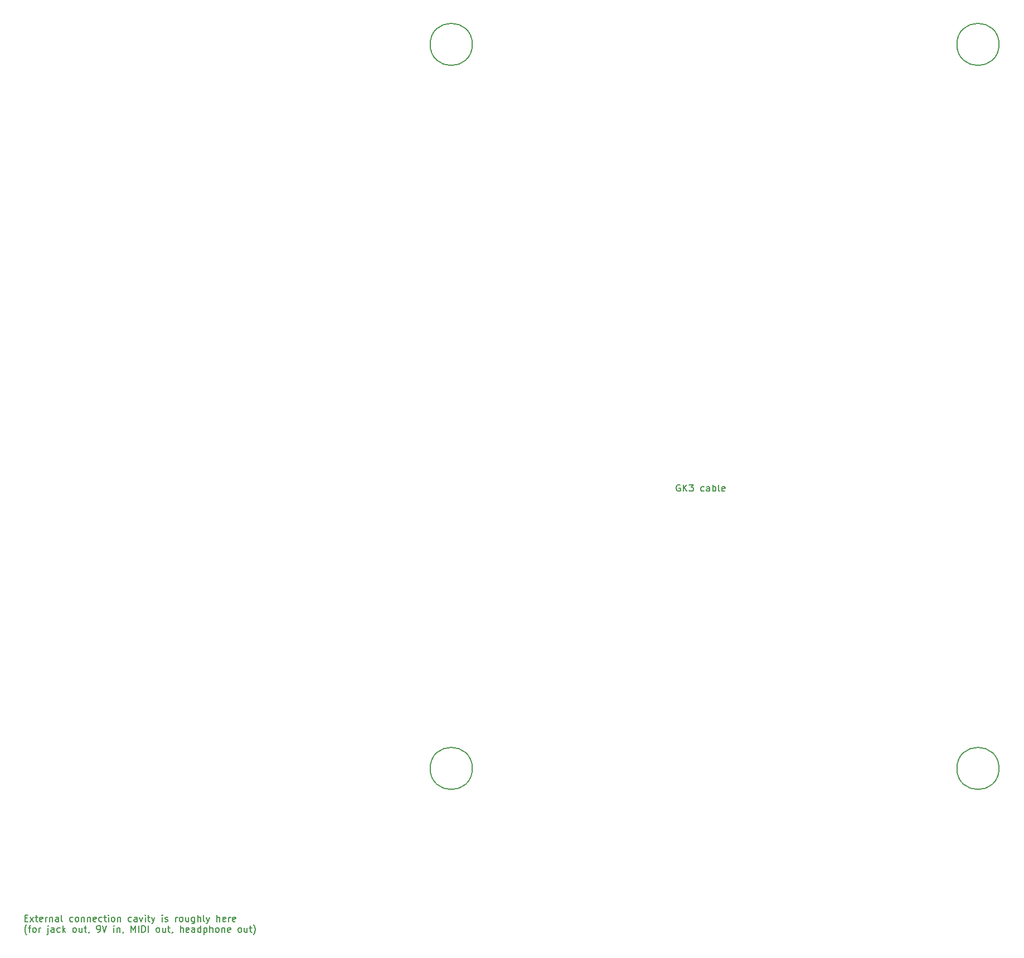
<source format=gbr>
%TF.GenerationSoftware,KiCad,Pcbnew,7.0.2*%
%TF.CreationDate,2025-02-14T16:13:01+00:00*%
%TF.ProjectId,body,626f6479-2e6b-4696-9361-645f70636258,rev?*%
%TF.SameCoordinates,Original*%
%TF.FileFunction,Other,Comment*%
%FSLAX46Y46*%
G04 Gerber Fmt 4.6, Leading zero omitted, Abs format (unit mm)*
G04 Created by KiCad (PCBNEW 7.0.2) date 2025-02-14 16:13:01*
%MOMM*%
%LPD*%
G01*
G04 APERTURE LIST*
%ADD10C,0.150000*%
G04 APERTURE END LIST*
D10*
X139761904Y-96925238D02*
X139666666Y-96877619D01*
X139666666Y-96877619D02*
X139523809Y-96877619D01*
X139523809Y-96877619D02*
X139380952Y-96925238D01*
X139380952Y-96925238D02*
X139285714Y-97020476D01*
X139285714Y-97020476D02*
X139238095Y-97115714D01*
X139238095Y-97115714D02*
X139190476Y-97306190D01*
X139190476Y-97306190D02*
X139190476Y-97449047D01*
X139190476Y-97449047D02*
X139238095Y-97639523D01*
X139238095Y-97639523D02*
X139285714Y-97734761D01*
X139285714Y-97734761D02*
X139380952Y-97830000D01*
X139380952Y-97830000D02*
X139523809Y-97877619D01*
X139523809Y-97877619D02*
X139619047Y-97877619D01*
X139619047Y-97877619D02*
X139761904Y-97830000D01*
X139761904Y-97830000D02*
X139809523Y-97782380D01*
X139809523Y-97782380D02*
X139809523Y-97449047D01*
X139809523Y-97449047D02*
X139619047Y-97449047D01*
X140238095Y-97877619D02*
X140238095Y-96877619D01*
X140809523Y-97877619D02*
X140380952Y-97306190D01*
X140809523Y-96877619D02*
X140238095Y-97449047D01*
X141142857Y-96877619D02*
X141761904Y-96877619D01*
X141761904Y-96877619D02*
X141428571Y-97258571D01*
X141428571Y-97258571D02*
X141571428Y-97258571D01*
X141571428Y-97258571D02*
X141666666Y-97306190D01*
X141666666Y-97306190D02*
X141714285Y-97353809D01*
X141714285Y-97353809D02*
X141761904Y-97449047D01*
X141761904Y-97449047D02*
X141761904Y-97687142D01*
X141761904Y-97687142D02*
X141714285Y-97782380D01*
X141714285Y-97782380D02*
X141666666Y-97830000D01*
X141666666Y-97830000D02*
X141571428Y-97877619D01*
X141571428Y-97877619D02*
X141285714Y-97877619D01*
X141285714Y-97877619D02*
X141190476Y-97830000D01*
X141190476Y-97830000D02*
X141142857Y-97782380D01*
X143380952Y-97830000D02*
X143285714Y-97877619D01*
X143285714Y-97877619D02*
X143095238Y-97877619D01*
X143095238Y-97877619D02*
X143000000Y-97830000D01*
X143000000Y-97830000D02*
X142952381Y-97782380D01*
X142952381Y-97782380D02*
X142904762Y-97687142D01*
X142904762Y-97687142D02*
X142904762Y-97401428D01*
X142904762Y-97401428D02*
X142952381Y-97306190D01*
X142952381Y-97306190D02*
X143000000Y-97258571D01*
X143000000Y-97258571D02*
X143095238Y-97210952D01*
X143095238Y-97210952D02*
X143285714Y-97210952D01*
X143285714Y-97210952D02*
X143380952Y-97258571D01*
X144238095Y-97877619D02*
X144238095Y-97353809D01*
X144238095Y-97353809D02*
X144190476Y-97258571D01*
X144190476Y-97258571D02*
X144095238Y-97210952D01*
X144095238Y-97210952D02*
X143904762Y-97210952D01*
X143904762Y-97210952D02*
X143809524Y-97258571D01*
X144238095Y-97830000D02*
X144142857Y-97877619D01*
X144142857Y-97877619D02*
X143904762Y-97877619D01*
X143904762Y-97877619D02*
X143809524Y-97830000D01*
X143809524Y-97830000D02*
X143761905Y-97734761D01*
X143761905Y-97734761D02*
X143761905Y-97639523D01*
X143761905Y-97639523D02*
X143809524Y-97544285D01*
X143809524Y-97544285D02*
X143904762Y-97496666D01*
X143904762Y-97496666D02*
X144142857Y-97496666D01*
X144142857Y-97496666D02*
X144238095Y-97449047D01*
X144714286Y-97877619D02*
X144714286Y-96877619D01*
X144714286Y-97258571D02*
X144809524Y-97210952D01*
X144809524Y-97210952D02*
X145000000Y-97210952D01*
X145000000Y-97210952D02*
X145095238Y-97258571D01*
X145095238Y-97258571D02*
X145142857Y-97306190D01*
X145142857Y-97306190D02*
X145190476Y-97401428D01*
X145190476Y-97401428D02*
X145190476Y-97687142D01*
X145190476Y-97687142D02*
X145142857Y-97782380D01*
X145142857Y-97782380D02*
X145095238Y-97830000D01*
X145095238Y-97830000D02*
X145000000Y-97877619D01*
X145000000Y-97877619D02*
X144809524Y-97877619D01*
X144809524Y-97877619D02*
X144714286Y-97830000D01*
X145761905Y-97877619D02*
X145666667Y-97830000D01*
X145666667Y-97830000D02*
X145619048Y-97734761D01*
X145619048Y-97734761D02*
X145619048Y-96877619D01*
X146523810Y-97830000D02*
X146428572Y-97877619D01*
X146428572Y-97877619D02*
X146238096Y-97877619D01*
X146238096Y-97877619D02*
X146142858Y-97830000D01*
X146142858Y-97830000D02*
X146095239Y-97734761D01*
X146095239Y-97734761D02*
X146095239Y-97353809D01*
X146095239Y-97353809D02*
X146142858Y-97258571D01*
X146142858Y-97258571D02*
X146238096Y-97210952D01*
X146238096Y-97210952D02*
X146428572Y-97210952D01*
X146428572Y-97210952D02*
X146523810Y-97258571D01*
X146523810Y-97258571D02*
X146571429Y-97353809D01*
X146571429Y-97353809D02*
X146571429Y-97449047D01*
X146571429Y-97449047D02*
X146095239Y-97544285D01*
X40238095Y-162733809D02*
X40571428Y-162733809D01*
X40714285Y-163257619D02*
X40238095Y-163257619D01*
X40238095Y-163257619D02*
X40238095Y-162257619D01*
X40238095Y-162257619D02*
X40714285Y-162257619D01*
X41047619Y-163257619D02*
X41571428Y-162590952D01*
X41047619Y-162590952D02*
X41571428Y-163257619D01*
X41809524Y-162590952D02*
X42190476Y-162590952D01*
X41952381Y-162257619D02*
X41952381Y-163114761D01*
X41952381Y-163114761D02*
X42000000Y-163210000D01*
X42000000Y-163210000D02*
X42095238Y-163257619D01*
X42095238Y-163257619D02*
X42190476Y-163257619D01*
X42904762Y-163210000D02*
X42809524Y-163257619D01*
X42809524Y-163257619D02*
X42619048Y-163257619D01*
X42619048Y-163257619D02*
X42523810Y-163210000D01*
X42523810Y-163210000D02*
X42476191Y-163114761D01*
X42476191Y-163114761D02*
X42476191Y-162733809D01*
X42476191Y-162733809D02*
X42523810Y-162638571D01*
X42523810Y-162638571D02*
X42619048Y-162590952D01*
X42619048Y-162590952D02*
X42809524Y-162590952D01*
X42809524Y-162590952D02*
X42904762Y-162638571D01*
X42904762Y-162638571D02*
X42952381Y-162733809D01*
X42952381Y-162733809D02*
X42952381Y-162829047D01*
X42952381Y-162829047D02*
X42476191Y-162924285D01*
X43380953Y-163257619D02*
X43380953Y-162590952D01*
X43380953Y-162781428D02*
X43428572Y-162686190D01*
X43428572Y-162686190D02*
X43476191Y-162638571D01*
X43476191Y-162638571D02*
X43571429Y-162590952D01*
X43571429Y-162590952D02*
X43666667Y-162590952D01*
X44000001Y-162590952D02*
X44000001Y-163257619D01*
X44000001Y-162686190D02*
X44047620Y-162638571D01*
X44047620Y-162638571D02*
X44142858Y-162590952D01*
X44142858Y-162590952D02*
X44285715Y-162590952D01*
X44285715Y-162590952D02*
X44380953Y-162638571D01*
X44380953Y-162638571D02*
X44428572Y-162733809D01*
X44428572Y-162733809D02*
X44428572Y-163257619D01*
X45333334Y-163257619D02*
X45333334Y-162733809D01*
X45333334Y-162733809D02*
X45285715Y-162638571D01*
X45285715Y-162638571D02*
X45190477Y-162590952D01*
X45190477Y-162590952D02*
X45000001Y-162590952D01*
X45000001Y-162590952D02*
X44904763Y-162638571D01*
X45333334Y-163210000D02*
X45238096Y-163257619D01*
X45238096Y-163257619D02*
X45000001Y-163257619D01*
X45000001Y-163257619D02*
X44904763Y-163210000D01*
X44904763Y-163210000D02*
X44857144Y-163114761D01*
X44857144Y-163114761D02*
X44857144Y-163019523D01*
X44857144Y-163019523D02*
X44904763Y-162924285D01*
X44904763Y-162924285D02*
X45000001Y-162876666D01*
X45000001Y-162876666D02*
X45238096Y-162876666D01*
X45238096Y-162876666D02*
X45333334Y-162829047D01*
X45952382Y-163257619D02*
X45857144Y-163210000D01*
X45857144Y-163210000D02*
X45809525Y-163114761D01*
X45809525Y-163114761D02*
X45809525Y-162257619D01*
X47523811Y-163210000D02*
X47428573Y-163257619D01*
X47428573Y-163257619D02*
X47238097Y-163257619D01*
X47238097Y-163257619D02*
X47142859Y-163210000D01*
X47142859Y-163210000D02*
X47095240Y-163162380D01*
X47095240Y-163162380D02*
X47047621Y-163067142D01*
X47047621Y-163067142D02*
X47047621Y-162781428D01*
X47047621Y-162781428D02*
X47095240Y-162686190D01*
X47095240Y-162686190D02*
X47142859Y-162638571D01*
X47142859Y-162638571D02*
X47238097Y-162590952D01*
X47238097Y-162590952D02*
X47428573Y-162590952D01*
X47428573Y-162590952D02*
X47523811Y-162638571D01*
X48095240Y-163257619D02*
X48000002Y-163210000D01*
X48000002Y-163210000D02*
X47952383Y-163162380D01*
X47952383Y-163162380D02*
X47904764Y-163067142D01*
X47904764Y-163067142D02*
X47904764Y-162781428D01*
X47904764Y-162781428D02*
X47952383Y-162686190D01*
X47952383Y-162686190D02*
X48000002Y-162638571D01*
X48000002Y-162638571D02*
X48095240Y-162590952D01*
X48095240Y-162590952D02*
X48238097Y-162590952D01*
X48238097Y-162590952D02*
X48333335Y-162638571D01*
X48333335Y-162638571D02*
X48380954Y-162686190D01*
X48380954Y-162686190D02*
X48428573Y-162781428D01*
X48428573Y-162781428D02*
X48428573Y-163067142D01*
X48428573Y-163067142D02*
X48380954Y-163162380D01*
X48380954Y-163162380D02*
X48333335Y-163210000D01*
X48333335Y-163210000D02*
X48238097Y-163257619D01*
X48238097Y-163257619D02*
X48095240Y-163257619D01*
X48857145Y-162590952D02*
X48857145Y-163257619D01*
X48857145Y-162686190D02*
X48904764Y-162638571D01*
X48904764Y-162638571D02*
X49000002Y-162590952D01*
X49000002Y-162590952D02*
X49142859Y-162590952D01*
X49142859Y-162590952D02*
X49238097Y-162638571D01*
X49238097Y-162638571D02*
X49285716Y-162733809D01*
X49285716Y-162733809D02*
X49285716Y-163257619D01*
X49761907Y-162590952D02*
X49761907Y-163257619D01*
X49761907Y-162686190D02*
X49809526Y-162638571D01*
X49809526Y-162638571D02*
X49904764Y-162590952D01*
X49904764Y-162590952D02*
X50047621Y-162590952D01*
X50047621Y-162590952D02*
X50142859Y-162638571D01*
X50142859Y-162638571D02*
X50190478Y-162733809D01*
X50190478Y-162733809D02*
X50190478Y-163257619D01*
X51047621Y-163210000D02*
X50952383Y-163257619D01*
X50952383Y-163257619D02*
X50761907Y-163257619D01*
X50761907Y-163257619D02*
X50666669Y-163210000D01*
X50666669Y-163210000D02*
X50619050Y-163114761D01*
X50619050Y-163114761D02*
X50619050Y-162733809D01*
X50619050Y-162733809D02*
X50666669Y-162638571D01*
X50666669Y-162638571D02*
X50761907Y-162590952D01*
X50761907Y-162590952D02*
X50952383Y-162590952D01*
X50952383Y-162590952D02*
X51047621Y-162638571D01*
X51047621Y-162638571D02*
X51095240Y-162733809D01*
X51095240Y-162733809D02*
X51095240Y-162829047D01*
X51095240Y-162829047D02*
X50619050Y-162924285D01*
X51952383Y-163210000D02*
X51857145Y-163257619D01*
X51857145Y-163257619D02*
X51666669Y-163257619D01*
X51666669Y-163257619D02*
X51571431Y-163210000D01*
X51571431Y-163210000D02*
X51523812Y-163162380D01*
X51523812Y-163162380D02*
X51476193Y-163067142D01*
X51476193Y-163067142D02*
X51476193Y-162781428D01*
X51476193Y-162781428D02*
X51523812Y-162686190D01*
X51523812Y-162686190D02*
X51571431Y-162638571D01*
X51571431Y-162638571D02*
X51666669Y-162590952D01*
X51666669Y-162590952D02*
X51857145Y-162590952D01*
X51857145Y-162590952D02*
X51952383Y-162638571D01*
X52238098Y-162590952D02*
X52619050Y-162590952D01*
X52380955Y-162257619D02*
X52380955Y-163114761D01*
X52380955Y-163114761D02*
X52428574Y-163210000D01*
X52428574Y-163210000D02*
X52523812Y-163257619D01*
X52523812Y-163257619D02*
X52619050Y-163257619D01*
X52952384Y-163257619D02*
X52952384Y-162590952D01*
X52952384Y-162257619D02*
X52904765Y-162305238D01*
X52904765Y-162305238D02*
X52952384Y-162352857D01*
X52952384Y-162352857D02*
X53000003Y-162305238D01*
X53000003Y-162305238D02*
X52952384Y-162257619D01*
X52952384Y-162257619D02*
X52952384Y-162352857D01*
X53571431Y-163257619D02*
X53476193Y-163210000D01*
X53476193Y-163210000D02*
X53428574Y-163162380D01*
X53428574Y-163162380D02*
X53380955Y-163067142D01*
X53380955Y-163067142D02*
X53380955Y-162781428D01*
X53380955Y-162781428D02*
X53428574Y-162686190D01*
X53428574Y-162686190D02*
X53476193Y-162638571D01*
X53476193Y-162638571D02*
X53571431Y-162590952D01*
X53571431Y-162590952D02*
X53714288Y-162590952D01*
X53714288Y-162590952D02*
X53809526Y-162638571D01*
X53809526Y-162638571D02*
X53857145Y-162686190D01*
X53857145Y-162686190D02*
X53904764Y-162781428D01*
X53904764Y-162781428D02*
X53904764Y-163067142D01*
X53904764Y-163067142D02*
X53857145Y-163162380D01*
X53857145Y-163162380D02*
X53809526Y-163210000D01*
X53809526Y-163210000D02*
X53714288Y-163257619D01*
X53714288Y-163257619D02*
X53571431Y-163257619D01*
X54333336Y-162590952D02*
X54333336Y-163257619D01*
X54333336Y-162686190D02*
X54380955Y-162638571D01*
X54380955Y-162638571D02*
X54476193Y-162590952D01*
X54476193Y-162590952D02*
X54619050Y-162590952D01*
X54619050Y-162590952D02*
X54714288Y-162638571D01*
X54714288Y-162638571D02*
X54761907Y-162733809D01*
X54761907Y-162733809D02*
X54761907Y-163257619D01*
X56428574Y-163210000D02*
X56333336Y-163257619D01*
X56333336Y-163257619D02*
X56142860Y-163257619D01*
X56142860Y-163257619D02*
X56047622Y-163210000D01*
X56047622Y-163210000D02*
X56000003Y-163162380D01*
X56000003Y-163162380D02*
X55952384Y-163067142D01*
X55952384Y-163067142D02*
X55952384Y-162781428D01*
X55952384Y-162781428D02*
X56000003Y-162686190D01*
X56000003Y-162686190D02*
X56047622Y-162638571D01*
X56047622Y-162638571D02*
X56142860Y-162590952D01*
X56142860Y-162590952D02*
X56333336Y-162590952D01*
X56333336Y-162590952D02*
X56428574Y-162638571D01*
X57285717Y-163257619D02*
X57285717Y-162733809D01*
X57285717Y-162733809D02*
X57238098Y-162638571D01*
X57238098Y-162638571D02*
X57142860Y-162590952D01*
X57142860Y-162590952D02*
X56952384Y-162590952D01*
X56952384Y-162590952D02*
X56857146Y-162638571D01*
X57285717Y-163210000D02*
X57190479Y-163257619D01*
X57190479Y-163257619D02*
X56952384Y-163257619D01*
X56952384Y-163257619D02*
X56857146Y-163210000D01*
X56857146Y-163210000D02*
X56809527Y-163114761D01*
X56809527Y-163114761D02*
X56809527Y-163019523D01*
X56809527Y-163019523D02*
X56857146Y-162924285D01*
X56857146Y-162924285D02*
X56952384Y-162876666D01*
X56952384Y-162876666D02*
X57190479Y-162876666D01*
X57190479Y-162876666D02*
X57285717Y-162829047D01*
X57666670Y-162590952D02*
X57904765Y-163257619D01*
X57904765Y-163257619D02*
X58142860Y-162590952D01*
X58523813Y-163257619D02*
X58523813Y-162590952D01*
X58523813Y-162257619D02*
X58476194Y-162305238D01*
X58476194Y-162305238D02*
X58523813Y-162352857D01*
X58523813Y-162352857D02*
X58571432Y-162305238D01*
X58571432Y-162305238D02*
X58523813Y-162257619D01*
X58523813Y-162257619D02*
X58523813Y-162352857D01*
X58857146Y-162590952D02*
X59238098Y-162590952D01*
X59000003Y-162257619D02*
X59000003Y-163114761D01*
X59000003Y-163114761D02*
X59047622Y-163210000D01*
X59047622Y-163210000D02*
X59142860Y-163257619D01*
X59142860Y-163257619D02*
X59238098Y-163257619D01*
X59476194Y-162590952D02*
X59714289Y-163257619D01*
X59952384Y-162590952D02*
X59714289Y-163257619D01*
X59714289Y-163257619D02*
X59619051Y-163495714D01*
X59619051Y-163495714D02*
X59571432Y-163543333D01*
X59571432Y-163543333D02*
X59476194Y-163590952D01*
X61095242Y-163257619D02*
X61095242Y-162590952D01*
X61095242Y-162257619D02*
X61047623Y-162305238D01*
X61047623Y-162305238D02*
X61095242Y-162352857D01*
X61095242Y-162352857D02*
X61142861Y-162305238D01*
X61142861Y-162305238D02*
X61095242Y-162257619D01*
X61095242Y-162257619D02*
X61095242Y-162352857D01*
X61523813Y-163210000D02*
X61619051Y-163257619D01*
X61619051Y-163257619D02*
X61809527Y-163257619D01*
X61809527Y-163257619D02*
X61904765Y-163210000D01*
X61904765Y-163210000D02*
X61952384Y-163114761D01*
X61952384Y-163114761D02*
X61952384Y-163067142D01*
X61952384Y-163067142D02*
X61904765Y-162971904D01*
X61904765Y-162971904D02*
X61809527Y-162924285D01*
X61809527Y-162924285D02*
X61666670Y-162924285D01*
X61666670Y-162924285D02*
X61571432Y-162876666D01*
X61571432Y-162876666D02*
X61523813Y-162781428D01*
X61523813Y-162781428D02*
X61523813Y-162733809D01*
X61523813Y-162733809D02*
X61571432Y-162638571D01*
X61571432Y-162638571D02*
X61666670Y-162590952D01*
X61666670Y-162590952D02*
X61809527Y-162590952D01*
X61809527Y-162590952D02*
X61904765Y-162638571D01*
X63142861Y-163257619D02*
X63142861Y-162590952D01*
X63142861Y-162781428D02*
X63190480Y-162686190D01*
X63190480Y-162686190D02*
X63238099Y-162638571D01*
X63238099Y-162638571D02*
X63333337Y-162590952D01*
X63333337Y-162590952D02*
X63428575Y-162590952D01*
X63904766Y-163257619D02*
X63809528Y-163210000D01*
X63809528Y-163210000D02*
X63761909Y-163162380D01*
X63761909Y-163162380D02*
X63714290Y-163067142D01*
X63714290Y-163067142D02*
X63714290Y-162781428D01*
X63714290Y-162781428D02*
X63761909Y-162686190D01*
X63761909Y-162686190D02*
X63809528Y-162638571D01*
X63809528Y-162638571D02*
X63904766Y-162590952D01*
X63904766Y-162590952D02*
X64047623Y-162590952D01*
X64047623Y-162590952D02*
X64142861Y-162638571D01*
X64142861Y-162638571D02*
X64190480Y-162686190D01*
X64190480Y-162686190D02*
X64238099Y-162781428D01*
X64238099Y-162781428D02*
X64238099Y-163067142D01*
X64238099Y-163067142D02*
X64190480Y-163162380D01*
X64190480Y-163162380D02*
X64142861Y-163210000D01*
X64142861Y-163210000D02*
X64047623Y-163257619D01*
X64047623Y-163257619D02*
X63904766Y-163257619D01*
X65095242Y-162590952D02*
X65095242Y-163257619D01*
X64666671Y-162590952D02*
X64666671Y-163114761D01*
X64666671Y-163114761D02*
X64714290Y-163210000D01*
X64714290Y-163210000D02*
X64809528Y-163257619D01*
X64809528Y-163257619D02*
X64952385Y-163257619D01*
X64952385Y-163257619D02*
X65047623Y-163210000D01*
X65047623Y-163210000D02*
X65095242Y-163162380D01*
X66000004Y-162590952D02*
X66000004Y-163400476D01*
X66000004Y-163400476D02*
X65952385Y-163495714D01*
X65952385Y-163495714D02*
X65904766Y-163543333D01*
X65904766Y-163543333D02*
X65809528Y-163590952D01*
X65809528Y-163590952D02*
X65666671Y-163590952D01*
X65666671Y-163590952D02*
X65571433Y-163543333D01*
X66000004Y-163210000D02*
X65904766Y-163257619D01*
X65904766Y-163257619D02*
X65714290Y-163257619D01*
X65714290Y-163257619D02*
X65619052Y-163210000D01*
X65619052Y-163210000D02*
X65571433Y-163162380D01*
X65571433Y-163162380D02*
X65523814Y-163067142D01*
X65523814Y-163067142D02*
X65523814Y-162781428D01*
X65523814Y-162781428D02*
X65571433Y-162686190D01*
X65571433Y-162686190D02*
X65619052Y-162638571D01*
X65619052Y-162638571D02*
X65714290Y-162590952D01*
X65714290Y-162590952D02*
X65904766Y-162590952D01*
X65904766Y-162590952D02*
X66000004Y-162638571D01*
X66476195Y-163257619D02*
X66476195Y-162257619D01*
X66904766Y-163257619D02*
X66904766Y-162733809D01*
X66904766Y-162733809D02*
X66857147Y-162638571D01*
X66857147Y-162638571D02*
X66761909Y-162590952D01*
X66761909Y-162590952D02*
X66619052Y-162590952D01*
X66619052Y-162590952D02*
X66523814Y-162638571D01*
X66523814Y-162638571D02*
X66476195Y-162686190D01*
X67523814Y-163257619D02*
X67428576Y-163210000D01*
X67428576Y-163210000D02*
X67380957Y-163114761D01*
X67380957Y-163114761D02*
X67380957Y-162257619D01*
X67809529Y-162590952D02*
X68047624Y-163257619D01*
X68285719Y-162590952D02*
X68047624Y-163257619D01*
X68047624Y-163257619D02*
X67952386Y-163495714D01*
X67952386Y-163495714D02*
X67904767Y-163543333D01*
X67904767Y-163543333D02*
X67809529Y-163590952D01*
X69428577Y-163257619D02*
X69428577Y-162257619D01*
X69857148Y-163257619D02*
X69857148Y-162733809D01*
X69857148Y-162733809D02*
X69809529Y-162638571D01*
X69809529Y-162638571D02*
X69714291Y-162590952D01*
X69714291Y-162590952D02*
X69571434Y-162590952D01*
X69571434Y-162590952D02*
X69476196Y-162638571D01*
X69476196Y-162638571D02*
X69428577Y-162686190D01*
X70714291Y-163210000D02*
X70619053Y-163257619D01*
X70619053Y-163257619D02*
X70428577Y-163257619D01*
X70428577Y-163257619D02*
X70333339Y-163210000D01*
X70333339Y-163210000D02*
X70285720Y-163114761D01*
X70285720Y-163114761D02*
X70285720Y-162733809D01*
X70285720Y-162733809D02*
X70333339Y-162638571D01*
X70333339Y-162638571D02*
X70428577Y-162590952D01*
X70428577Y-162590952D02*
X70619053Y-162590952D01*
X70619053Y-162590952D02*
X70714291Y-162638571D01*
X70714291Y-162638571D02*
X70761910Y-162733809D01*
X70761910Y-162733809D02*
X70761910Y-162829047D01*
X70761910Y-162829047D02*
X70285720Y-162924285D01*
X71190482Y-163257619D02*
X71190482Y-162590952D01*
X71190482Y-162781428D02*
X71238101Y-162686190D01*
X71238101Y-162686190D02*
X71285720Y-162638571D01*
X71285720Y-162638571D02*
X71380958Y-162590952D01*
X71380958Y-162590952D02*
X71476196Y-162590952D01*
X72190482Y-163210000D02*
X72095244Y-163257619D01*
X72095244Y-163257619D02*
X71904768Y-163257619D01*
X71904768Y-163257619D02*
X71809530Y-163210000D01*
X71809530Y-163210000D02*
X71761911Y-163114761D01*
X71761911Y-163114761D02*
X71761911Y-162733809D01*
X71761911Y-162733809D02*
X71809530Y-162638571D01*
X71809530Y-162638571D02*
X71904768Y-162590952D01*
X71904768Y-162590952D02*
X72095244Y-162590952D01*
X72095244Y-162590952D02*
X72190482Y-162638571D01*
X72190482Y-162638571D02*
X72238101Y-162733809D01*
X72238101Y-162733809D02*
X72238101Y-162829047D01*
X72238101Y-162829047D02*
X71761911Y-162924285D01*
X40523809Y-165258571D02*
X40476190Y-165210952D01*
X40476190Y-165210952D02*
X40380952Y-165068095D01*
X40380952Y-165068095D02*
X40333333Y-164972857D01*
X40333333Y-164972857D02*
X40285714Y-164830000D01*
X40285714Y-164830000D02*
X40238095Y-164591904D01*
X40238095Y-164591904D02*
X40238095Y-164401428D01*
X40238095Y-164401428D02*
X40285714Y-164163333D01*
X40285714Y-164163333D02*
X40333333Y-164020476D01*
X40333333Y-164020476D02*
X40380952Y-163925238D01*
X40380952Y-163925238D02*
X40476190Y-163782380D01*
X40476190Y-163782380D02*
X40523809Y-163734761D01*
X40761905Y-164210952D02*
X41142857Y-164210952D01*
X40904762Y-164877619D02*
X40904762Y-164020476D01*
X40904762Y-164020476D02*
X40952381Y-163925238D01*
X40952381Y-163925238D02*
X41047619Y-163877619D01*
X41047619Y-163877619D02*
X41142857Y-163877619D01*
X41619048Y-164877619D02*
X41523810Y-164830000D01*
X41523810Y-164830000D02*
X41476191Y-164782380D01*
X41476191Y-164782380D02*
X41428572Y-164687142D01*
X41428572Y-164687142D02*
X41428572Y-164401428D01*
X41428572Y-164401428D02*
X41476191Y-164306190D01*
X41476191Y-164306190D02*
X41523810Y-164258571D01*
X41523810Y-164258571D02*
X41619048Y-164210952D01*
X41619048Y-164210952D02*
X41761905Y-164210952D01*
X41761905Y-164210952D02*
X41857143Y-164258571D01*
X41857143Y-164258571D02*
X41904762Y-164306190D01*
X41904762Y-164306190D02*
X41952381Y-164401428D01*
X41952381Y-164401428D02*
X41952381Y-164687142D01*
X41952381Y-164687142D02*
X41904762Y-164782380D01*
X41904762Y-164782380D02*
X41857143Y-164830000D01*
X41857143Y-164830000D02*
X41761905Y-164877619D01*
X41761905Y-164877619D02*
X41619048Y-164877619D01*
X42380953Y-164877619D02*
X42380953Y-164210952D01*
X42380953Y-164401428D02*
X42428572Y-164306190D01*
X42428572Y-164306190D02*
X42476191Y-164258571D01*
X42476191Y-164258571D02*
X42571429Y-164210952D01*
X42571429Y-164210952D02*
X42666667Y-164210952D01*
X43761906Y-164210952D02*
X43761906Y-165068095D01*
X43761906Y-165068095D02*
X43714287Y-165163333D01*
X43714287Y-165163333D02*
X43619049Y-165210952D01*
X43619049Y-165210952D02*
X43571430Y-165210952D01*
X43761906Y-163877619D02*
X43714287Y-163925238D01*
X43714287Y-163925238D02*
X43761906Y-163972857D01*
X43761906Y-163972857D02*
X43809525Y-163925238D01*
X43809525Y-163925238D02*
X43761906Y-163877619D01*
X43761906Y-163877619D02*
X43761906Y-163972857D01*
X44666667Y-164877619D02*
X44666667Y-164353809D01*
X44666667Y-164353809D02*
X44619048Y-164258571D01*
X44619048Y-164258571D02*
X44523810Y-164210952D01*
X44523810Y-164210952D02*
X44333334Y-164210952D01*
X44333334Y-164210952D02*
X44238096Y-164258571D01*
X44666667Y-164830000D02*
X44571429Y-164877619D01*
X44571429Y-164877619D02*
X44333334Y-164877619D01*
X44333334Y-164877619D02*
X44238096Y-164830000D01*
X44238096Y-164830000D02*
X44190477Y-164734761D01*
X44190477Y-164734761D02*
X44190477Y-164639523D01*
X44190477Y-164639523D02*
X44238096Y-164544285D01*
X44238096Y-164544285D02*
X44333334Y-164496666D01*
X44333334Y-164496666D02*
X44571429Y-164496666D01*
X44571429Y-164496666D02*
X44666667Y-164449047D01*
X45571429Y-164830000D02*
X45476191Y-164877619D01*
X45476191Y-164877619D02*
X45285715Y-164877619D01*
X45285715Y-164877619D02*
X45190477Y-164830000D01*
X45190477Y-164830000D02*
X45142858Y-164782380D01*
X45142858Y-164782380D02*
X45095239Y-164687142D01*
X45095239Y-164687142D02*
X45095239Y-164401428D01*
X45095239Y-164401428D02*
X45142858Y-164306190D01*
X45142858Y-164306190D02*
X45190477Y-164258571D01*
X45190477Y-164258571D02*
X45285715Y-164210952D01*
X45285715Y-164210952D02*
X45476191Y-164210952D01*
X45476191Y-164210952D02*
X45571429Y-164258571D01*
X46000001Y-164877619D02*
X46000001Y-163877619D01*
X46095239Y-164496666D02*
X46380953Y-164877619D01*
X46380953Y-164210952D02*
X46000001Y-164591904D01*
X47714287Y-164877619D02*
X47619049Y-164830000D01*
X47619049Y-164830000D02*
X47571430Y-164782380D01*
X47571430Y-164782380D02*
X47523811Y-164687142D01*
X47523811Y-164687142D02*
X47523811Y-164401428D01*
X47523811Y-164401428D02*
X47571430Y-164306190D01*
X47571430Y-164306190D02*
X47619049Y-164258571D01*
X47619049Y-164258571D02*
X47714287Y-164210952D01*
X47714287Y-164210952D02*
X47857144Y-164210952D01*
X47857144Y-164210952D02*
X47952382Y-164258571D01*
X47952382Y-164258571D02*
X48000001Y-164306190D01*
X48000001Y-164306190D02*
X48047620Y-164401428D01*
X48047620Y-164401428D02*
X48047620Y-164687142D01*
X48047620Y-164687142D02*
X48000001Y-164782380D01*
X48000001Y-164782380D02*
X47952382Y-164830000D01*
X47952382Y-164830000D02*
X47857144Y-164877619D01*
X47857144Y-164877619D02*
X47714287Y-164877619D01*
X48904763Y-164210952D02*
X48904763Y-164877619D01*
X48476192Y-164210952D02*
X48476192Y-164734761D01*
X48476192Y-164734761D02*
X48523811Y-164830000D01*
X48523811Y-164830000D02*
X48619049Y-164877619D01*
X48619049Y-164877619D02*
X48761906Y-164877619D01*
X48761906Y-164877619D02*
X48857144Y-164830000D01*
X48857144Y-164830000D02*
X48904763Y-164782380D01*
X49238097Y-164210952D02*
X49619049Y-164210952D01*
X49380954Y-163877619D02*
X49380954Y-164734761D01*
X49380954Y-164734761D02*
X49428573Y-164830000D01*
X49428573Y-164830000D02*
X49523811Y-164877619D01*
X49523811Y-164877619D02*
X49619049Y-164877619D01*
X50000002Y-164830000D02*
X50000002Y-164877619D01*
X50000002Y-164877619D02*
X49952383Y-164972857D01*
X49952383Y-164972857D02*
X49904764Y-165020476D01*
X51238097Y-164877619D02*
X51428573Y-164877619D01*
X51428573Y-164877619D02*
X51523811Y-164830000D01*
X51523811Y-164830000D02*
X51571430Y-164782380D01*
X51571430Y-164782380D02*
X51666668Y-164639523D01*
X51666668Y-164639523D02*
X51714287Y-164449047D01*
X51714287Y-164449047D02*
X51714287Y-164068095D01*
X51714287Y-164068095D02*
X51666668Y-163972857D01*
X51666668Y-163972857D02*
X51619049Y-163925238D01*
X51619049Y-163925238D02*
X51523811Y-163877619D01*
X51523811Y-163877619D02*
X51333335Y-163877619D01*
X51333335Y-163877619D02*
X51238097Y-163925238D01*
X51238097Y-163925238D02*
X51190478Y-163972857D01*
X51190478Y-163972857D02*
X51142859Y-164068095D01*
X51142859Y-164068095D02*
X51142859Y-164306190D01*
X51142859Y-164306190D02*
X51190478Y-164401428D01*
X51190478Y-164401428D02*
X51238097Y-164449047D01*
X51238097Y-164449047D02*
X51333335Y-164496666D01*
X51333335Y-164496666D02*
X51523811Y-164496666D01*
X51523811Y-164496666D02*
X51619049Y-164449047D01*
X51619049Y-164449047D02*
X51666668Y-164401428D01*
X51666668Y-164401428D02*
X51714287Y-164306190D01*
X52000002Y-163877619D02*
X52333335Y-164877619D01*
X52333335Y-164877619D02*
X52666668Y-163877619D01*
X53761907Y-164877619D02*
X53761907Y-164210952D01*
X53761907Y-163877619D02*
X53714288Y-163925238D01*
X53714288Y-163925238D02*
X53761907Y-163972857D01*
X53761907Y-163972857D02*
X53809526Y-163925238D01*
X53809526Y-163925238D02*
X53761907Y-163877619D01*
X53761907Y-163877619D02*
X53761907Y-163972857D01*
X54238097Y-164210952D02*
X54238097Y-164877619D01*
X54238097Y-164306190D02*
X54285716Y-164258571D01*
X54285716Y-164258571D02*
X54380954Y-164210952D01*
X54380954Y-164210952D02*
X54523811Y-164210952D01*
X54523811Y-164210952D02*
X54619049Y-164258571D01*
X54619049Y-164258571D02*
X54666668Y-164353809D01*
X54666668Y-164353809D02*
X54666668Y-164877619D01*
X55190478Y-164830000D02*
X55190478Y-164877619D01*
X55190478Y-164877619D02*
X55142859Y-164972857D01*
X55142859Y-164972857D02*
X55095240Y-165020476D01*
X56380954Y-164877619D02*
X56380954Y-163877619D01*
X56380954Y-163877619D02*
X56714287Y-164591904D01*
X56714287Y-164591904D02*
X57047620Y-163877619D01*
X57047620Y-163877619D02*
X57047620Y-164877619D01*
X57523811Y-164877619D02*
X57523811Y-163877619D01*
X58000001Y-164877619D02*
X58000001Y-163877619D01*
X58000001Y-163877619D02*
X58238096Y-163877619D01*
X58238096Y-163877619D02*
X58380953Y-163925238D01*
X58380953Y-163925238D02*
X58476191Y-164020476D01*
X58476191Y-164020476D02*
X58523810Y-164115714D01*
X58523810Y-164115714D02*
X58571429Y-164306190D01*
X58571429Y-164306190D02*
X58571429Y-164449047D01*
X58571429Y-164449047D02*
X58523810Y-164639523D01*
X58523810Y-164639523D02*
X58476191Y-164734761D01*
X58476191Y-164734761D02*
X58380953Y-164830000D01*
X58380953Y-164830000D02*
X58238096Y-164877619D01*
X58238096Y-164877619D02*
X58000001Y-164877619D01*
X59000001Y-164877619D02*
X59000001Y-163877619D01*
X60380953Y-164877619D02*
X60285715Y-164830000D01*
X60285715Y-164830000D02*
X60238096Y-164782380D01*
X60238096Y-164782380D02*
X60190477Y-164687142D01*
X60190477Y-164687142D02*
X60190477Y-164401428D01*
X60190477Y-164401428D02*
X60238096Y-164306190D01*
X60238096Y-164306190D02*
X60285715Y-164258571D01*
X60285715Y-164258571D02*
X60380953Y-164210952D01*
X60380953Y-164210952D02*
X60523810Y-164210952D01*
X60523810Y-164210952D02*
X60619048Y-164258571D01*
X60619048Y-164258571D02*
X60666667Y-164306190D01*
X60666667Y-164306190D02*
X60714286Y-164401428D01*
X60714286Y-164401428D02*
X60714286Y-164687142D01*
X60714286Y-164687142D02*
X60666667Y-164782380D01*
X60666667Y-164782380D02*
X60619048Y-164830000D01*
X60619048Y-164830000D02*
X60523810Y-164877619D01*
X60523810Y-164877619D02*
X60380953Y-164877619D01*
X61571429Y-164210952D02*
X61571429Y-164877619D01*
X61142858Y-164210952D02*
X61142858Y-164734761D01*
X61142858Y-164734761D02*
X61190477Y-164830000D01*
X61190477Y-164830000D02*
X61285715Y-164877619D01*
X61285715Y-164877619D02*
X61428572Y-164877619D01*
X61428572Y-164877619D02*
X61523810Y-164830000D01*
X61523810Y-164830000D02*
X61571429Y-164782380D01*
X61904763Y-164210952D02*
X62285715Y-164210952D01*
X62047620Y-163877619D02*
X62047620Y-164734761D01*
X62047620Y-164734761D02*
X62095239Y-164830000D01*
X62095239Y-164830000D02*
X62190477Y-164877619D01*
X62190477Y-164877619D02*
X62285715Y-164877619D01*
X62666668Y-164830000D02*
X62666668Y-164877619D01*
X62666668Y-164877619D02*
X62619049Y-164972857D01*
X62619049Y-164972857D02*
X62571430Y-165020476D01*
X63857144Y-164877619D02*
X63857144Y-163877619D01*
X64285715Y-164877619D02*
X64285715Y-164353809D01*
X64285715Y-164353809D02*
X64238096Y-164258571D01*
X64238096Y-164258571D02*
X64142858Y-164210952D01*
X64142858Y-164210952D02*
X64000001Y-164210952D01*
X64000001Y-164210952D02*
X63904763Y-164258571D01*
X63904763Y-164258571D02*
X63857144Y-164306190D01*
X65142858Y-164830000D02*
X65047620Y-164877619D01*
X65047620Y-164877619D02*
X64857144Y-164877619D01*
X64857144Y-164877619D02*
X64761906Y-164830000D01*
X64761906Y-164830000D02*
X64714287Y-164734761D01*
X64714287Y-164734761D02*
X64714287Y-164353809D01*
X64714287Y-164353809D02*
X64761906Y-164258571D01*
X64761906Y-164258571D02*
X64857144Y-164210952D01*
X64857144Y-164210952D02*
X65047620Y-164210952D01*
X65047620Y-164210952D02*
X65142858Y-164258571D01*
X65142858Y-164258571D02*
X65190477Y-164353809D01*
X65190477Y-164353809D02*
X65190477Y-164449047D01*
X65190477Y-164449047D02*
X64714287Y-164544285D01*
X66047620Y-164877619D02*
X66047620Y-164353809D01*
X66047620Y-164353809D02*
X66000001Y-164258571D01*
X66000001Y-164258571D02*
X65904763Y-164210952D01*
X65904763Y-164210952D02*
X65714287Y-164210952D01*
X65714287Y-164210952D02*
X65619049Y-164258571D01*
X66047620Y-164830000D02*
X65952382Y-164877619D01*
X65952382Y-164877619D02*
X65714287Y-164877619D01*
X65714287Y-164877619D02*
X65619049Y-164830000D01*
X65619049Y-164830000D02*
X65571430Y-164734761D01*
X65571430Y-164734761D02*
X65571430Y-164639523D01*
X65571430Y-164639523D02*
X65619049Y-164544285D01*
X65619049Y-164544285D02*
X65714287Y-164496666D01*
X65714287Y-164496666D02*
X65952382Y-164496666D01*
X65952382Y-164496666D02*
X66047620Y-164449047D01*
X66952382Y-164877619D02*
X66952382Y-163877619D01*
X66952382Y-164830000D02*
X66857144Y-164877619D01*
X66857144Y-164877619D02*
X66666668Y-164877619D01*
X66666668Y-164877619D02*
X66571430Y-164830000D01*
X66571430Y-164830000D02*
X66523811Y-164782380D01*
X66523811Y-164782380D02*
X66476192Y-164687142D01*
X66476192Y-164687142D02*
X66476192Y-164401428D01*
X66476192Y-164401428D02*
X66523811Y-164306190D01*
X66523811Y-164306190D02*
X66571430Y-164258571D01*
X66571430Y-164258571D02*
X66666668Y-164210952D01*
X66666668Y-164210952D02*
X66857144Y-164210952D01*
X66857144Y-164210952D02*
X66952382Y-164258571D01*
X67428573Y-164210952D02*
X67428573Y-165210952D01*
X67428573Y-164258571D02*
X67523811Y-164210952D01*
X67523811Y-164210952D02*
X67714287Y-164210952D01*
X67714287Y-164210952D02*
X67809525Y-164258571D01*
X67809525Y-164258571D02*
X67857144Y-164306190D01*
X67857144Y-164306190D02*
X67904763Y-164401428D01*
X67904763Y-164401428D02*
X67904763Y-164687142D01*
X67904763Y-164687142D02*
X67857144Y-164782380D01*
X67857144Y-164782380D02*
X67809525Y-164830000D01*
X67809525Y-164830000D02*
X67714287Y-164877619D01*
X67714287Y-164877619D02*
X67523811Y-164877619D01*
X67523811Y-164877619D02*
X67428573Y-164830000D01*
X68333335Y-164877619D02*
X68333335Y-163877619D01*
X68761906Y-164877619D02*
X68761906Y-164353809D01*
X68761906Y-164353809D02*
X68714287Y-164258571D01*
X68714287Y-164258571D02*
X68619049Y-164210952D01*
X68619049Y-164210952D02*
X68476192Y-164210952D01*
X68476192Y-164210952D02*
X68380954Y-164258571D01*
X68380954Y-164258571D02*
X68333335Y-164306190D01*
X69380954Y-164877619D02*
X69285716Y-164830000D01*
X69285716Y-164830000D02*
X69238097Y-164782380D01*
X69238097Y-164782380D02*
X69190478Y-164687142D01*
X69190478Y-164687142D02*
X69190478Y-164401428D01*
X69190478Y-164401428D02*
X69238097Y-164306190D01*
X69238097Y-164306190D02*
X69285716Y-164258571D01*
X69285716Y-164258571D02*
X69380954Y-164210952D01*
X69380954Y-164210952D02*
X69523811Y-164210952D01*
X69523811Y-164210952D02*
X69619049Y-164258571D01*
X69619049Y-164258571D02*
X69666668Y-164306190D01*
X69666668Y-164306190D02*
X69714287Y-164401428D01*
X69714287Y-164401428D02*
X69714287Y-164687142D01*
X69714287Y-164687142D02*
X69666668Y-164782380D01*
X69666668Y-164782380D02*
X69619049Y-164830000D01*
X69619049Y-164830000D02*
X69523811Y-164877619D01*
X69523811Y-164877619D02*
X69380954Y-164877619D01*
X70142859Y-164210952D02*
X70142859Y-164877619D01*
X70142859Y-164306190D02*
X70190478Y-164258571D01*
X70190478Y-164258571D02*
X70285716Y-164210952D01*
X70285716Y-164210952D02*
X70428573Y-164210952D01*
X70428573Y-164210952D02*
X70523811Y-164258571D01*
X70523811Y-164258571D02*
X70571430Y-164353809D01*
X70571430Y-164353809D02*
X70571430Y-164877619D01*
X71428573Y-164830000D02*
X71333335Y-164877619D01*
X71333335Y-164877619D02*
X71142859Y-164877619D01*
X71142859Y-164877619D02*
X71047621Y-164830000D01*
X71047621Y-164830000D02*
X71000002Y-164734761D01*
X71000002Y-164734761D02*
X71000002Y-164353809D01*
X71000002Y-164353809D02*
X71047621Y-164258571D01*
X71047621Y-164258571D02*
X71142859Y-164210952D01*
X71142859Y-164210952D02*
X71333335Y-164210952D01*
X71333335Y-164210952D02*
X71428573Y-164258571D01*
X71428573Y-164258571D02*
X71476192Y-164353809D01*
X71476192Y-164353809D02*
X71476192Y-164449047D01*
X71476192Y-164449047D02*
X71000002Y-164544285D01*
X72809526Y-164877619D02*
X72714288Y-164830000D01*
X72714288Y-164830000D02*
X72666669Y-164782380D01*
X72666669Y-164782380D02*
X72619050Y-164687142D01*
X72619050Y-164687142D02*
X72619050Y-164401428D01*
X72619050Y-164401428D02*
X72666669Y-164306190D01*
X72666669Y-164306190D02*
X72714288Y-164258571D01*
X72714288Y-164258571D02*
X72809526Y-164210952D01*
X72809526Y-164210952D02*
X72952383Y-164210952D01*
X72952383Y-164210952D02*
X73047621Y-164258571D01*
X73047621Y-164258571D02*
X73095240Y-164306190D01*
X73095240Y-164306190D02*
X73142859Y-164401428D01*
X73142859Y-164401428D02*
X73142859Y-164687142D01*
X73142859Y-164687142D02*
X73095240Y-164782380D01*
X73095240Y-164782380D02*
X73047621Y-164830000D01*
X73047621Y-164830000D02*
X72952383Y-164877619D01*
X72952383Y-164877619D02*
X72809526Y-164877619D01*
X74000002Y-164210952D02*
X74000002Y-164877619D01*
X73571431Y-164210952D02*
X73571431Y-164734761D01*
X73571431Y-164734761D02*
X73619050Y-164830000D01*
X73619050Y-164830000D02*
X73714288Y-164877619D01*
X73714288Y-164877619D02*
X73857145Y-164877619D01*
X73857145Y-164877619D02*
X73952383Y-164830000D01*
X73952383Y-164830000D02*
X74000002Y-164782380D01*
X74333336Y-164210952D02*
X74714288Y-164210952D01*
X74476193Y-163877619D02*
X74476193Y-164734761D01*
X74476193Y-164734761D02*
X74523812Y-164830000D01*
X74523812Y-164830000D02*
X74619050Y-164877619D01*
X74619050Y-164877619D02*
X74714288Y-164877619D01*
X74952384Y-165258571D02*
X75000003Y-165210952D01*
X75000003Y-165210952D02*
X75095241Y-165068095D01*
X75095241Y-165068095D02*
X75142860Y-164972857D01*
X75142860Y-164972857D02*
X75190479Y-164830000D01*
X75190479Y-164830000D02*
X75238098Y-164591904D01*
X75238098Y-164591904D02*
X75238098Y-164401428D01*
X75238098Y-164401428D02*
X75190479Y-164163333D01*
X75190479Y-164163333D02*
X75142860Y-164020476D01*
X75142860Y-164020476D02*
X75095241Y-163925238D01*
X75095241Y-163925238D02*
X75000003Y-163782380D01*
X75000003Y-163782380D02*
X74952384Y-163734761D01*
%TO.C,H3*%
X108200000Y-140000000D02*
G75*
G03*
X108200000Y-140000000I-3200000J0D01*
G01*
%TO.C,H1*%
X108200000Y-30000000D02*
G75*
G03*
X108200000Y-30000000I-3200000J0D01*
G01*
%TO.C,H4*%
X188200000Y-140000000D02*
G75*
G03*
X188200000Y-140000000I-3200000J0D01*
G01*
%TO.C,H2*%
X188200000Y-30000000D02*
G75*
G03*
X188200000Y-30000000I-3200000J0D01*
G01*
%TD*%
M02*

</source>
